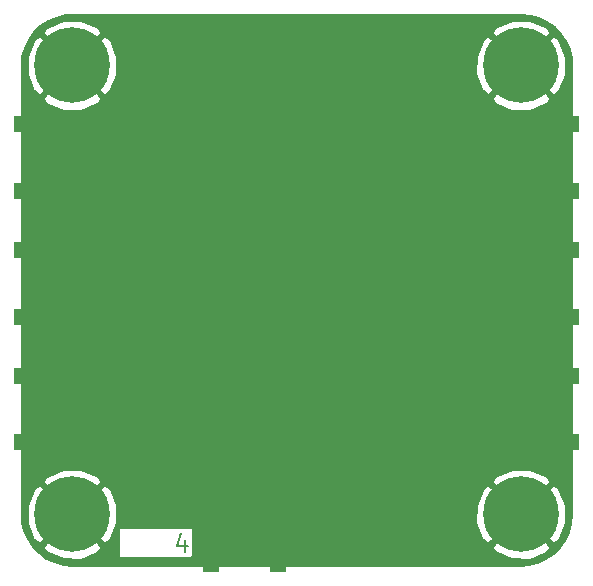
<source format=gbl>
G04 #@! TF.GenerationSoftware,KiCad,Pcbnew,(5.0.2)-1*
G04 #@! TF.CreationDate,2019-01-19T10:46:15+11:00*
G04 #@! TF.ProjectId,ADC-15-4_Dev_Rev_1,4144432d-3135-42d3-945f-4465765f5265,1*
G04 #@! TF.SameCoordinates,Original*
G04 #@! TF.FileFunction,Copper,L4,Bot*
G04 #@! TF.FilePolarity,Positive*
%FSLAX46Y46*%
G04 Gerber Fmt 4.6, Leading zero omitted, Abs format (unit mm)*
G04 Created by KiCad (PCBNEW (5.0.2)-1) date 19/01/2019 10:46:15*
%MOMM*%
%LPD*%
G01*
G04 APERTURE LIST*
%ADD10C,0.200000*%
G04 #@! TA.AperFunction,SMDPad,CuDef*
%ADD11R,4.200000X1.350000*%
G04 #@! TD*
G04 #@! TA.AperFunction,SMDPad,CuDef*
%ADD12R,1.350000X4.200000*%
G04 #@! TD*
G04 #@! TA.AperFunction,ComponentPad*
%ADD13C,0.800000*%
G04 #@! TD*
G04 #@! TA.AperFunction,ComponentPad*
%ADD14C,6.400000*%
G04 #@! TD*
G04 #@! TA.AperFunction,ViaPad*
%ADD15C,0.600000*%
G04 #@! TD*
G04 #@! TA.AperFunction,Conductor*
%ADD16C,0.254000*%
G04 #@! TD*
G04 APERTURE END LIST*
G04 #@! TO.C,REF\002A\002A*
D10*
X211585714Y-100178571D02*
X211585714Y-101178571D01*
X211228571Y-99607142D02*
X210871428Y-100678571D01*
X211800000Y-100678571D01*
G04 #@! TD*
D11*
G04 #@! TO.P,J1,2*
G04 #@! TO.N,GND*
X199200000Y-86275000D03*
X199200000Y-91925000D03*
G04 #@! TD*
G04 #@! TO.P,J2,2*
G04 #@! TO.N,GND*
X199200000Y-64975000D03*
X199200000Y-70625000D03*
G04 #@! TD*
D12*
G04 #@! TO.P,J3,2*
G04 #@! TO.N,GND*
X213775000Y-100800000D03*
X219425000Y-100800000D03*
G04 #@! TD*
D11*
G04 #@! TO.P,J4,2*
G04 #@! TO.N,GND*
X242800000Y-70625000D03*
X242800000Y-64975000D03*
G04 #@! TD*
G04 #@! TO.P,J5,2*
G04 #@! TO.N,GND*
X242800000Y-91925000D03*
X242800000Y-86275000D03*
G04 #@! TD*
D13*
G04 #@! TO.P,H1,1*
G04 #@! TO.N,GND*
X203697056Y-96302944D03*
X202000000Y-95600000D03*
X200302944Y-96302944D03*
X199600000Y-98000000D03*
X200302944Y-99697056D03*
X202000000Y-100400000D03*
X203697056Y-99697056D03*
X204400000Y-98000000D03*
D14*
X202000000Y-98000000D03*
G04 #@! TD*
D13*
G04 #@! TO.P,H2,1*
G04 #@! TO.N,GND*
X241697056Y-96302944D03*
X240000000Y-95600000D03*
X238302944Y-96302944D03*
X237600000Y-98000000D03*
X238302944Y-99697056D03*
X240000000Y-100400000D03*
X241697056Y-99697056D03*
X242400000Y-98000000D03*
D14*
X240000000Y-98000000D03*
G04 #@! TD*
G04 #@! TO.P,H3,1*
G04 #@! TO.N,GND*
X240000000Y-60000000D03*
D13*
X242400000Y-60000000D03*
X241697056Y-61697056D03*
X240000000Y-62400000D03*
X238302944Y-61697056D03*
X237600000Y-60000000D03*
X238302944Y-58302944D03*
X240000000Y-57600000D03*
X241697056Y-58302944D03*
G04 #@! TD*
D14*
G04 #@! TO.P,H4,1*
G04 #@! TO.N,GND*
X202000000Y-60000000D03*
D13*
X204400000Y-60000000D03*
X203697056Y-61697056D03*
X202000000Y-62400000D03*
X200302944Y-61697056D03*
X199600000Y-60000000D03*
X200302944Y-58302944D03*
X202000000Y-57600000D03*
X203697056Y-58302944D03*
G04 #@! TD*
D11*
G04 #@! TO.P,J6,2*
G04 #@! TO.N,GND*
X199200000Y-81325000D03*
X199200000Y-75675000D03*
G04 #@! TD*
G04 #@! TO.P,J7,2*
G04 #@! TO.N,GND*
X242800000Y-81325000D03*
X242800000Y-75675000D03*
G04 #@! TD*
D15*
G04 #@! TO.N,GND*
X197400000Y-64600000D03*
X197400000Y-71000000D03*
X244600000Y-71000000D03*
X244600000Y-64600000D03*
X243800000Y-85900000D03*
X243100000Y-85900000D03*
X242400000Y-85900000D03*
X241700000Y-85900000D03*
X241000000Y-85900000D03*
X242400000Y-92300000D03*
X243100000Y-92300000D03*
X241700000Y-92300000D03*
X243800000Y-92300000D03*
X241000000Y-92300000D03*
X213422534Y-101793721D03*
X213422534Y-100393721D03*
X213422534Y-98993721D03*
X213422534Y-101093721D03*
X213422534Y-99693721D03*
X219845068Y-101787442D03*
X219845068Y-101087442D03*
X219845068Y-100387442D03*
X219845068Y-99687442D03*
X219845068Y-98987442D03*
X198800000Y-85900000D03*
X199500000Y-85900000D03*
X198100000Y-85900000D03*
X200200000Y-85900000D03*
X197400000Y-85900000D03*
X198100000Y-92300000D03*
X199500000Y-92300000D03*
X197400000Y-92300000D03*
X200200000Y-92300000D03*
X198800000Y-92300000D03*
X226900000Y-91600000D03*
X226900000Y-90100000D03*
X226900000Y-88600000D03*
X226900000Y-93100000D03*
X226900000Y-94600000D03*
X219700000Y-93100000D03*
X216100000Y-94700000D03*
X216600000Y-94200000D03*
X217100000Y-93700000D03*
X217600000Y-93200000D03*
X219000000Y-93100000D03*
X220400000Y-93100000D03*
X221100000Y-93100000D03*
X221800000Y-93100000D03*
X218300000Y-93100000D03*
X244600000Y-75300000D03*
X242500000Y-75300000D03*
X243200000Y-75300000D03*
X243900000Y-75300000D03*
X241800000Y-75300000D03*
X241800000Y-81700000D03*
X244600000Y-81700000D03*
X243900000Y-81700000D03*
X243200000Y-81700000D03*
X242500000Y-81700000D03*
X197400000Y-81700000D03*
X200200000Y-81700000D03*
X199500000Y-81700000D03*
X198800000Y-81700000D03*
X198100000Y-81700000D03*
X197400000Y-75300000D03*
X198800000Y-75300000D03*
X198100000Y-75300000D03*
X199500000Y-75300000D03*
X200200000Y-75300000D03*
X200900000Y-75300000D03*
X200900000Y-85900000D03*
X200900000Y-92300000D03*
X219845068Y-102500000D03*
X213422534Y-102500000D03*
X200900000Y-81700000D03*
X241100000Y-75300000D03*
X241100000Y-81700000D03*
X241100000Y-64600000D03*
X200900000Y-71000000D03*
X241100000Y-71000000D03*
X200900000Y-64600000D03*
X200200000Y-71000000D03*
X243900000Y-64600000D03*
X242500000Y-64600000D03*
X200200000Y-64600000D03*
X198100000Y-71000000D03*
X241800000Y-71000000D03*
X243900000Y-71000000D03*
X199500000Y-64600000D03*
X243200000Y-64600000D03*
X243200000Y-71000000D03*
X198100000Y-64600000D03*
X242500000Y-71000000D03*
X199500000Y-71000000D03*
X198800000Y-64600000D03*
X198800000Y-71000000D03*
X241800000Y-64600000D03*
X201600000Y-66800000D03*
X203000000Y-66800000D03*
X202300000Y-66800000D03*
X203700000Y-66800000D03*
X204400000Y-66800000D03*
X205100000Y-66800000D03*
X209300000Y-66800000D03*
X208600000Y-66800000D03*
X206500000Y-66800000D03*
X205800000Y-66800000D03*
X207900000Y-66800000D03*
X207200000Y-66800000D03*
X211400000Y-66800000D03*
X210700000Y-66800000D03*
X210000000Y-66800000D03*
X213500000Y-66800000D03*
X212800000Y-66800000D03*
X212100000Y-66800000D03*
X217000000Y-66800000D03*
X221900000Y-66800000D03*
X219100000Y-66800000D03*
X224000000Y-66800000D03*
X216300000Y-66800000D03*
X214200000Y-66800000D03*
X218400000Y-66800000D03*
X224700000Y-66800000D03*
X225400000Y-66800000D03*
X223300000Y-66800000D03*
X217700000Y-66800000D03*
X221200000Y-66800000D03*
X215600000Y-66800000D03*
X214900000Y-66800000D03*
X220500000Y-66800000D03*
X219800000Y-66800000D03*
X222600000Y-66800000D03*
X231700000Y-66800000D03*
X236600000Y-66800000D03*
X226800000Y-66800000D03*
X228900000Y-66800000D03*
X233800000Y-66800000D03*
X227500000Y-66800000D03*
X233100000Y-66800000D03*
X230300000Y-66800000D03*
X226100000Y-66800000D03*
X232400000Y-66800000D03*
X234500000Y-66800000D03*
X229600000Y-66800000D03*
X237300000Y-66800000D03*
X235900000Y-66800000D03*
X235200000Y-66800000D03*
X228200000Y-66800000D03*
X231000000Y-66800000D03*
X239400000Y-66800000D03*
X238700000Y-66800000D03*
X238000000Y-66800000D03*
X240100000Y-66800000D03*
X229600000Y-68800000D03*
X235900000Y-68800000D03*
X235200000Y-68800000D03*
X228200000Y-68800000D03*
X231000000Y-68800000D03*
X237300000Y-68800000D03*
X233100000Y-68800000D03*
X227500000Y-68800000D03*
X230300000Y-68800000D03*
X232400000Y-68800000D03*
X234500000Y-68800000D03*
X236600000Y-68800000D03*
X233800000Y-68800000D03*
X226100000Y-68800000D03*
X228900000Y-68800000D03*
X231700000Y-68800000D03*
X226800000Y-68800000D03*
X219800000Y-68800000D03*
X205100000Y-68800000D03*
X210000000Y-68800000D03*
X224700000Y-68800000D03*
X207200000Y-68800000D03*
X214900000Y-68800000D03*
X212100000Y-68800000D03*
X204400000Y-68800000D03*
X202300000Y-68800000D03*
X206500000Y-68800000D03*
X212800000Y-68800000D03*
X217000000Y-68800000D03*
X221900000Y-68800000D03*
X215600000Y-68800000D03*
X221200000Y-68800000D03*
X218400000Y-68800000D03*
X238700000Y-68800000D03*
X238000000Y-68800000D03*
X214200000Y-68800000D03*
X220500000Y-68800000D03*
X222600000Y-68800000D03*
X240100000Y-68800000D03*
X213500000Y-68800000D03*
X217700000Y-68800000D03*
X225400000Y-68800000D03*
X224000000Y-68800000D03*
X211400000Y-68800000D03*
X239400000Y-68800000D03*
X205800000Y-68800000D03*
X223300000Y-68800000D03*
X209300000Y-68800000D03*
X216300000Y-68800000D03*
X219100000Y-68800000D03*
X203700000Y-68800000D03*
X203000000Y-68800000D03*
X208600000Y-68800000D03*
X207900000Y-68800000D03*
X210700000Y-68800000D03*
X235800000Y-77400000D03*
X237200000Y-77400000D03*
X230200000Y-77400000D03*
X228100000Y-77400000D03*
X230900000Y-77400000D03*
X229500000Y-77400000D03*
X227400000Y-77400000D03*
X232300000Y-77400000D03*
X236500000Y-77400000D03*
X233700000Y-77400000D03*
X234400000Y-77400000D03*
X226000000Y-77400000D03*
X228800000Y-77400000D03*
X231600000Y-77400000D03*
X219700000Y-77400000D03*
X233000000Y-77400000D03*
X235100000Y-77400000D03*
X205000000Y-77400000D03*
X209900000Y-77400000D03*
X224600000Y-77400000D03*
X207100000Y-77400000D03*
X226700000Y-77400000D03*
X216900000Y-77400000D03*
X214800000Y-77400000D03*
X212000000Y-77400000D03*
X202200000Y-77400000D03*
X204300000Y-77400000D03*
X212700000Y-77400000D03*
X221800000Y-77400000D03*
X215500000Y-77400000D03*
X218300000Y-77400000D03*
X206400000Y-77400000D03*
X238600000Y-77400000D03*
X237900000Y-77400000D03*
X214100000Y-77400000D03*
X220400000Y-77400000D03*
X221100000Y-77400000D03*
X222500000Y-77400000D03*
X240000000Y-77400000D03*
X211300000Y-77400000D03*
X205700000Y-77400000D03*
X223200000Y-77400000D03*
X216200000Y-77400000D03*
X219000000Y-77400000D03*
X203600000Y-77400000D03*
X213400000Y-77400000D03*
X209200000Y-77400000D03*
X217600000Y-77400000D03*
X225300000Y-77400000D03*
X223900000Y-77400000D03*
X239300000Y-77400000D03*
X210600000Y-77400000D03*
X207800000Y-77400000D03*
X202900000Y-77400000D03*
X208500000Y-77400000D03*
X222500000Y-79500000D03*
X212700000Y-79500000D03*
X206400000Y-79500000D03*
X224600000Y-79500000D03*
X217600000Y-79500000D03*
X218300000Y-79500000D03*
X214800000Y-79500000D03*
X210600000Y-79500000D03*
X208500000Y-79500000D03*
X212000000Y-79500000D03*
X239300000Y-79500000D03*
X214100000Y-79500000D03*
X209900000Y-79500000D03*
X238600000Y-79500000D03*
X216900000Y-79500000D03*
X202900000Y-79500000D03*
X240000000Y-79500000D03*
X207100000Y-79500000D03*
X225300000Y-79500000D03*
X220400000Y-79500000D03*
X205700000Y-79500000D03*
X237900000Y-79500000D03*
X202200000Y-79500000D03*
X215500000Y-79500000D03*
X216200000Y-79500000D03*
X223900000Y-79500000D03*
X226700000Y-79500000D03*
X213400000Y-79500000D03*
X209200000Y-79500000D03*
X219000000Y-79500000D03*
X207800000Y-79500000D03*
X211300000Y-79500000D03*
X203600000Y-79500000D03*
X221100000Y-79500000D03*
X204300000Y-79500000D03*
X221800000Y-79500000D03*
X223200000Y-79500000D03*
X205000000Y-79500000D03*
X219700000Y-79500000D03*
X233000000Y-79500000D03*
X235100000Y-79500000D03*
X234400000Y-79500000D03*
X226000000Y-79500000D03*
X228800000Y-79500000D03*
X231600000Y-79500000D03*
X229500000Y-79500000D03*
X228100000Y-79500000D03*
X232300000Y-79500000D03*
X236500000Y-79500000D03*
X230900000Y-79500000D03*
X237200000Y-79500000D03*
X233700000Y-79500000D03*
X230200000Y-79500000D03*
X235800000Y-79500000D03*
X227400000Y-79500000D03*
X205900000Y-88100000D03*
X215000000Y-88100000D03*
X207300000Y-88100000D03*
X210800000Y-88100000D03*
X204500000Y-88100000D03*
X216400000Y-88100000D03*
X202400000Y-88100000D03*
X220600000Y-88100000D03*
X238100000Y-88100000D03*
X203100000Y-88100000D03*
X232500000Y-88100000D03*
X222000000Y-88100000D03*
X205200000Y-88100000D03*
X215700000Y-88100000D03*
X231800000Y-88100000D03*
X213600000Y-88100000D03*
X209400000Y-88100000D03*
X233200000Y-88100000D03*
X217100000Y-88100000D03*
X208000000Y-88100000D03*
X236000000Y-88100000D03*
X203800000Y-88100000D03*
X208700000Y-88100000D03*
X239500000Y-88100000D03*
X214300000Y-88100000D03*
X212900000Y-88100000D03*
X212200000Y-88100000D03*
X210100000Y-88100000D03*
X218500000Y-88100000D03*
X233900000Y-88100000D03*
X219200000Y-88100000D03*
X219900000Y-88100000D03*
X237400000Y-88100000D03*
X211500000Y-88100000D03*
X236700000Y-88100000D03*
X235300000Y-88100000D03*
X217800000Y-88100000D03*
X201700000Y-88100000D03*
X206600000Y-88100000D03*
X221300000Y-88100000D03*
X234600000Y-88100000D03*
X238800000Y-88100000D03*
X201600000Y-68800000D03*
X201500000Y-79500000D03*
X201500000Y-77400000D03*
X240200000Y-88100000D03*
X233200000Y-90200000D03*
X236000000Y-90200000D03*
X234600000Y-90200000D03*
X236700000Y-90200000D03*
X239500000Y-90200000D03*
X238800000Y-90200000D03*
X233900000Y-90200000D03*
X235300000Y-90200000D03*
X237400000Y-90200000D03*
X232500000Y-90200000D03*
X231800000Y-90200000D03*
X238100000Y-90200000D03*
X240200000Y-90200000D03*
X217200000Y-90200000D03*
X220700000Y-90200000D03*
X217900000Y-90200000D03*
X220000000Y-90200000D03*
X215100000Y-90200000D03*
X215800000Y-90200000D03*
X221400000Y-90200000D03*
X218600000Y-90200000D03*
X219300000Y-90200000D03*
X213700000Y-90200000D03*
X216500000Y-90200000D03*
X222100000Y-90200000D03*
X214400000Y-90200000D03*
X205300000Y-90200000D03*
X204600000Y-90200000D03*
X207400000Y-90200000D03*
X209500000Y-90200000D03*
X210200000Y-90200000D03*
X210900000Y-90200000D03*
X208800000Y-90200000D03*
X208100000Y-90200000D03*
X206700000Y-90200000D03*
X212300000Y-90200000D03*
X211600000Y-90200000D03*
X206000000Y-90200000D03*
X213000000Y-90200000D03*
X203900000Y-90200000D03*
X201800000Y-90200000D03*
X203200000Y-90200000D03*
X202500000Y-90200000D03*
X215600000Y-95200000D03*
X215600000Y-95900000D03*
X215600000Y-97300000D03*
X215600000Y-98000000D03*
X215600000Y-96600000D03*
X218100000Y-95700000D03*
X218600000Y-95200000D03*
X217600000Y-96900000D03*
X217600000Y-97600000D03*
X217600000Y-98300000D03*
X217600000Y-96200000D03*
X220700000Y-95200000D03*
X220000000Y-95200000D03*
X221400000Y-95200000D03*
X219300000Y-95200000D03*
X222100000Y-95200000D03*
X244500000Y-85900000D03*
X244500000Y-92300000D03*
G04 #@! TD*
D16*
G04 #@! TO.N,GND*
G36*
X240756173Y-55797376D02*
X241488441Y-55997702D01*
X242173659Y-56324534D01*
X242790178Y-56767549D01*
X243318502Y-57312736D01*
X243741926Y-57942858D01*
X244047076Y-58638009D01*
X244225645Y-59381800D01*
X244273000Y-60026663D01*
X244273001Y-97967610D01*
X244202623Y-98756175D01*
X244002298Y-99488439D01*
X243675464Y-100173662D01*
X243232451Y-100790178D01*
X242687264Y-101318502D01*
X242057142Y-101741926D01*
X241361994Y-102047075D01*
X240618200Y-102225645D01*
X239973337Y-102273000D01*
X202032379Y-102273000D01*
X201243825Y-102202623D01*
X200511561Y-102002298D01*
X199826338Y-101675464D01*
X199209822Y-101232451D01*
X198733485Y-100740910D01*
X199438695Y-100740910D01*
X199805640Y-101236343D01*
X201211171Y-101829736D01*
X202736793Y-101840087D01*
X204150246Y-101265819D01*
X204194360Y-101236343D01*
X204561305Y-100740910D01*
X202000000Y-98179605D01*
X199438695Y-100740910D01*
X198733485Y-100740910D01*
X198681498Y-100687264D01*
X198258074Y-100057142D01*
X197952925Y-99361994D01*
X197802827Y-98736793D01*
X198159913Y-98736793D01*
X198734181Y-100150246D01*
X198763657Y-100194360D01*
X199259090Y-100561305D01*
X201820395Y-98000000D01*
X202179605Y-98000000D01*
X204740910Y-100561305D01*
X205236343Y-100194360D01*
X205656146Y-99200000D01*
X205873000Y-99200000D01*
X205873000Y-101550000D01*
X205882667Y-101598601D01*
X205910197Y-101639803D01*
X205951399Y-101667333D01*
X206000000Y-101677000D01*
X212100000Y-101677000D01*
X212148601Y-101667333D01*
X212189803Y-101639803D01*
X212217333Y-101598601D01*
X212227000Y-101550000D01*
X212227000Y-100740910D01*
X237438695Y-100740910D01*
X237805640Y-101236343D01*
X239211171Y-101829736D01*
X240736793Y-101840087D01*
X242150246Y-101265819D01*
X242194360Y-101236343D01*
X242561305Y-100740910D01*
X240000000Y-98179605D01*
X237438695Y-100740910D01*
X212227000Y-100740910D01*
X212227000Y-99200000D01*
X212217333Y-99151399D01*
X212189803Y-99110197D01*
X212148601Y-99082667D01*
X212100000Y-99073000D01*
X206000000Y-99073000D01*
X205951399Y-99082667D01*
X205910197Y-99110197D01*
X205882667Y-99151399D01*
X205873000Y-99200000D01*
X205656146Y-99200000D01*
X205829736Y-98788829D01*
X205830089Y-98736793D01*
X236159913Y-98736793D01*
X236734181Y-100150246D01*
X236763657Y-100194360D01*
X237259090Y-100561305D01*
X239820395Y-98000000D01*
X240179605Y-98000000D01*
X242740910Y-100561305D01*
X243236343Y-100194360D01*
X243829736Y-98788829D01*
X243840087Y-97263207D01*
X243265819Y-95849754D01*
X243236343Y-95805640D01*
X242740910Y-95438695D01*
X240179605Y-98000000D01*
X239820395Y-98000000D01*
X237259090Y-95438695D01*
X236763657Y-95805640D01*
X236170264Y-97211171D01*
X236159913Y-98736793D01*
X205830089Y-98736793D01*
X205840087Y-97263207D01*
X205265819Y-95849754D01*
X205236343Y-95805640D01*
X204740910Y-95438695D01*
X202179605Y-98000000D01*
X201820395Y-98000000D01*
X199259090Y-95438695D01*
X198763657Y-95805640D01*
X198170264Y-97211171D01*
X198159913Y-98736793D01*
X197802827Y-98736793D01*
X197774355Y-98618200D01*
X197727000Y-97973337D01*
X197727000Y-95259090D01*
X199438695Y-95259090D01*
X202000000Y-97820395D01*
X204561305Y-95259090D01*
X237438695Y-95259090D01*
X240000000Y-97820395D01*
X242561305Y-95259090D01*
X242194360Y-94763657D01*
X240788829Y-94170264D01*
X239263207Y-94159913D01*
X237849754Y-94734181D01*
X237805640Y-94763657D01*
X237438695Y-95259090D01*
X204561305Y-95259090D01*
X204194360Y-94763657D01*
X202788829Y-94170264D01*
X201263207Y-94159913D01*
X199849754Y-94734181D01*
X199805640Y-94763657D01*
X199438695Y-95259090D01*
X197727000Y-95259090D01*
X197727000Y-62740910D01*
X199438695Y-62740910D01*
X199805640Y-63236343D01*
X201211171Y-63829736D01*
X202736793Y-63840087D01*
X204150246Y-63265819D01*
X204194360Y-63236343D01*
X204561305Y-62740910D01*
X237438695Y-62740910D01*
X237805640Y-63236343D01*
X239211171Y-63829736D01*
X240736793Y-63840087D01*
X242150246Y-63265819D01*
X242194360Y-63236343D01*
X242561305Y-62740910D01*
X240000000Y-60179605D01*
X237438695Y-62740910D01*
X204561305Y-62740910D01*
X202000000Y-60179605D01*
X199438695Y-62740910D01*
X197727000Y-62740910D01*
X197727000Y-60736793D01*
X198159913Y-60736793D01*
X198734181Y-62150246D01*
X198763657Y-62194360D01*
X199259090Y-62561305D01*
X201820395Y-60000000D01*
X202179605Y-60000000D01*
X204740910Y-62561305D01*
X205236343Y-62194360D01*
X205829736Y-60788829D01*
X205830089Y-60736793D01*
X236159913Y-60736793D01*
X236734181Y-62150246D01*
X236763657Y-62194360D01*
X237259090Y-62561305D01*
X239820395Y-60000000D01*
X240179605Y-60000000D01*
X242740910Y-62561305D01*
X243236343Y-62194360D01*
X243829736Y-60788829D01*
X243840087Y-59263207D01*
X243265819Y-57849754D01*
X243236343Y-57805640D01*
X242740910Y-57438695D01*
X240179605Y-60000000D01*
X239820395Y-60000000D01*
X237259090Y-57438695D01*
X236763657Y-57805640D01*
X236170264Y-59211171D01*
X236159913Y-60736793D01*
X205830089Y-60736793D01*
X205840087Y-59263207D01*
X205265819Y-57849754D01*
X205236343Y-57805640D01*
X204740910Y-57438695D01*
X202179605Y-60000000D01*
X201820395Y-60000000D01*
X199259090Y-57438695D01*
X198763657Y-57805640D01*
X198170264Y-59211171D01*
X198159913Y-60736793D01*
X197727000Y-60736793D01*
X197727000Y-60032379D01*
X197797376Y-59243827D01*
X197997702Y-58511559D01*
X198324534Y-57826341D01*
X198732146Y-57259090D01*
X199438695Y-57259090D01*
X202000000Y-59820395D01*
X204561305Y-57259090D01*
X237438695Y-57259090D01*
X240000000Y-59820395D01*
X242561305Y-57259090D01*
X242194360Y-56763657D01*
X240788829Y-56170264D01*
X239263207Y-56159913D01*
X237849754Y-56734181D01*
X237805640Y-56763657D01*
X237438695Y-57259090D01*
X204561305Y-57259090D01*
X204194360Y-56763657D01*
X202788829Y-56170264D01*
X201263207Y-56159913D01*
X199849754Y-56734181D01*
X199805640Y-56763657D01*
X199438695Y-57259090D01*
X198732146Y-57259090D01*
X198767549Y-57209822D01*
X199312736Y-56681498D01*
X199942858Y-56258074D01*
X200638009Y-55952924D01*
X201381800Y-55774355D01*
X202026663Y-55727000D01*
X239967621Y-55727000D01*
X240756173Y-55797376D01*
X240756173Y-55797376D01*
G37*
X240756173Y-55797376D02*
X241488441Y-55997702D01*
X242173659Y-56324534D01*
X242790178Y-56767549D01*
X243318502Y-57312736D01*
X243741926Y-57942858D01*
X244047076Y-58638009D01*
X244225645Y-59381800D01*
X244273000Y-60026663D01*
X244273001Y-97967610D01*
X244202623Y-98756175D01*
X244002298Y-99488439D01*
X243675464Y-100173662D01*
X243232451Y-100790178D01*
X242687264Y-101318502D01*
X242057142Y-101741926D01*
X241361994Y-102047075D01*
X240618200Y-102225645D01*
X239973337Y-102273000D01*
X202032379Y-102273000D01*
X201243825Y-102202623D01*
X200511561Y-102002298D01*
X199826338Y-101675464D01*
X199209822Y-101232451D01*
X198733485Y-100740910D01*
X199438695Y-100740910D01*
X199805640Y-101236343D01*
X201211171Y-101829736D01*
X202736793Y-101840087D01*
X204150246Y-101265819D01*
X204194360Y-101236343D01*
X204561305Y-100740910D01*
X202000000Y-98179605D01*
X199438695Y-100740910D01*
X198733485Y-100740910D01*
X198681498Y-100687264D01*
X198258074Y-100057142D01*
X197952925Y-99361994D01*
X197802827Y-98736793D01*
X198159913Y-98736793D01*
X198734181Y-100150246D01*
X198763657Y-100194360D01*
X199259090Y-100561305D01*
X201820395Y-98000000D01*
X202179605Y-98000000D01*
X204740910Y-100561305D01*
X205236343Y-100194360D01*
X205656146Y-99200000D01*
X205873000Y-99200000D01*
X205873000Y-101550000D01*
X205882667Y-101598601D01*
X205910197Y-101639803D01*
X205951399Y-101667333D01*
X206000000Y-101677000D01*
X212100000Y-101677000D01*
X212148601Y-101667333D01*
X212189803Y-101639803D01*
X212217333Y-101598601D01*
X212227000Y-101550000D01*
X212227000Y-100740910D01*
X237438695Y-100740910D01*
X237805640Y-101236343D01*
X239211171Y-101829736D01*
X240736793Y-101840087D01*
X242150246Y-101265819D01*
X242194360Y-101236343D01*
X242561305Y-100740910D01*
X240000000Y-98179605D01*
X237438695Y-100740910D01*
X212227000Y-100740910D01*
X212227000Y-99200000D01*
X212217333Y-99151399D01*
X212189803Y-99110197D01*
X212148601Y-99082667D01*
X212100000Y-99073000D01*
X206000000Y-99073000D01*
X205951399Y-99082667D01*
X205910197Y-99110197D01*
X205882667Y-99151399D01*
X205873000Y-99200000D01*
X205656146Y-99200000D01*
X205829736Y-98788829D01*
X205830089Y-98736793D01*
X236159913Y-98736793D01*
X236734181Y-100150246D01*
X236763657Y-100194360D01*
X237259090Y-100561305D01*
X239820395Y-98000000D01*
X240179605Y-98000000D01*
X242740910Y-100561305D01*
X243236343Y-100194360D01*
X243829736Y-98788829D01*
X243840087Y-97263207D01*
X243265819Y-95849754D01*
X243236343Y-95805640D01*
X242740910Y-95438695D01*
X240179605Y-98000000D01*
X239820395Y-98000000D01*
X237259090Y-95438695D01*
X236763657Y-95805640D01*
X236170264Y-97211171D01*
X236159913Y-98736793D01*
X205830089Y-98736793D01*
X205840087Y-97263207D01*
X205265819Y-95849754D01*
X205236343Y-95805640D01*
X204740910Y-95438695D01*
X202179605Y-98000000D01*
X201820395Y-98000000D01*
X199259090Y-95438695D01*
X198763657Y-95805640D01*
X198170264Y-97211171D01*
X198159913Y-98736793D01*
X197802827Y-98736793D01*
X197774355Y-98618200D01*
X197727000Y-97973337D01*
X197727000Y-95259090D01*
X199438695Y-95259090D01*
X202000000Y-97820395D01*
X204561305Y-95259090D01*
X237438695Y-95259090D01*
X240000000Y-97820395D01*
X242561305Y-95259090D01*
X242194360Y-94763657D01*
X240788829Y-94170264D01*
X239263207Y-94159913D01*
X237849754Y-94734181D01*
X237805640Y-94763657D01*
X237438695Y-95259090D01*
X204561305Y-95259090D01*
X204194360Y-94763657D01*
X202788829Y-94170264D01*
X201263207Y-94159913D01*
X199849754Y-94734181D01*
X199805640Y-94763657D01*
X199438695Y-95259090D01*
X197727000Y-95259090D01*
X197727000Y-62740910D01*
X199438695Y-62740910D01*
X199805640Y-63236343D01*
X201211171Y-63829736D01*
X202736793Y-63840087D01*
X204150246Y-63265819D01*
X204194360Y-63236343D01*
X204561305Y-62740910D01*
X237438695Y-62740910D01*
X237805640Y-63236343D01*
X239211171Y-63829736D01*
X240736793Y-63840087D01*
X242150246Y-63265819D01*
X242194360Y-63236343D01*
X242561305Y-62740910D01*
X240000000Y-60179605D01*
X237438695Y-62740910D01*
X204561305Y-62740910D01*
X202000000Y-60179605D01*
X199438695Y-62740910D01*
X197727000Y-62740910D01*
X197727000Y-60736793D01*
X198159913Y-60736793D01*
X198734181Y-62150246D01*
X198763657Y-62194360D01*
X199259090Y-62561305D01*
X201820395Y-60000000D01*
X202179605Y-60000000D01*
X204740910Y-62561305D01*
X205236343Y-62194360D01*
X205829736Y-60788829D01*
X205830089Y-60736793D01*
X236159913Y-60736793D01*
X236734181Y-62150246D01*
X236763657Y-62194360D01*
X237259090Y-62561305D01*
X239820395Y-60000000D01*
X240179605Y-60000000D01*
X242740910Y-62561305D01*
X243236343Y-62194360D01*
X243829736Y-60788829D01*
X243840087Y-59263207D01*
X243265819Y-57849754D01*
X243236343Y-57805640D01*
X242740910Y-57438695D01*
X240179605Y-60000000D01*
X239820395Y-60000000D01*
X237259090Y-57438695D01*
X236763657Y-57805640D01*
X236170264Y-59211171D01*
X236159913Y-60736793D01*
X205830089Y-60736793D01*
X205840087Y-59263207D01*
X205265819Y-57849754D01*
X205236343Y-57805640D01*
X204740910Y-57438695D01*
X202179605Y-60000000D01*
X201820395Y-60000000D01*
X199259090Y-57438695D01*
X198763657Y-57805640D01*
X198170264Y-59211171D01*
X198159913Y-60736793D01*
X197727000Y-60736793D01*
X197727000Y-60032379D01*
X197797376Y-59243827D01*
X197997702Y-58511559D01*
X198324534Y-57826341D01*
X198732146Y-57259090D01*
X199438695Y-57259090D01*
X202000000Y-59820395D01*
X204561305Y-57259090D01*
X237438695Y-57259090D01*
X240000000Y-59820395D01*
X242561305Y-57259090D01*
X242194360Y-56763657D01*
X240788829Y-56170264D01*
X239263207Y-56159913D01*
X237849754Y-56734181D01*
X237805640Y-56763657D01*
X237438695Y-57259090D01*
X204561305Y-57259090D01*
X204194360Y-56763657D01*
X202788829Y-56170264D01*
X201263207Y-56159913D01*
X199849754Y-56734181D01*
X199805640Y-56763657D01*
X199438695Y-57259090D01*
X198732146Y-57259090D01*
X198767549Y-57209822D01*
X199312736Y-56681498D01*
X199942858Y-56258074D01*
X200638009Y-55952924D01*
X201381800Y-55774355D01*
X202026663Y-55727000D01*
X239967621Y-55727000D01*
X240756173Y-55797376D01*
G04 #@! TD*
M02*

</source>
